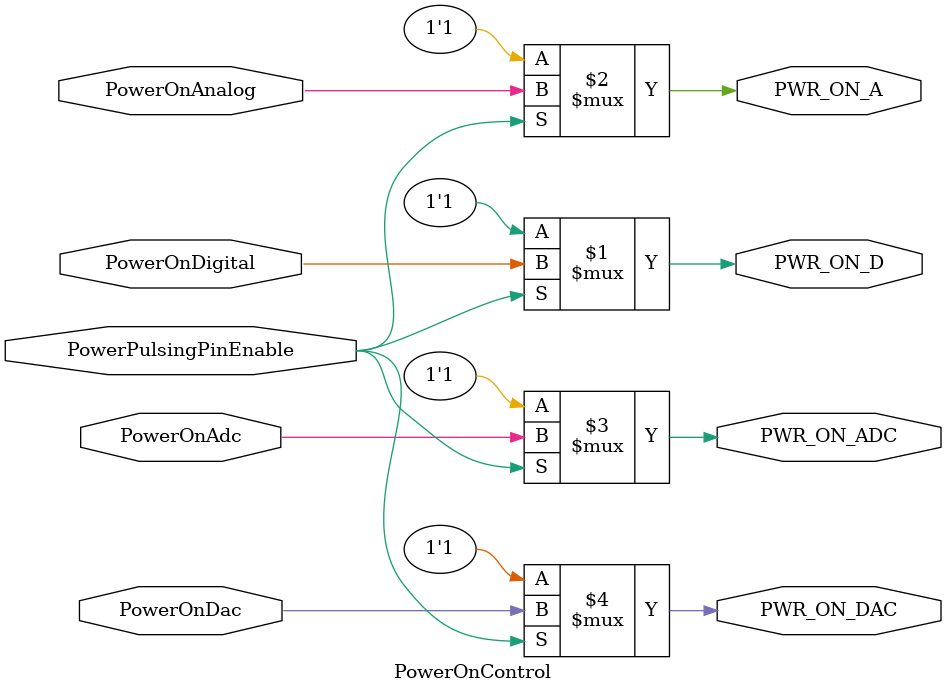
<source format=v>
`timescale 1ns / 1ps


module PowerOnControl(
	input PowerPulsingPinEnable,
	input PowerOnAnalog,
	input PowerOnDigital,
	input PowerOnAdc,
	input PowerOnDac,
	output PWR_ON_A,
	output PWR_ON_D,
	output PWR_ON_ADC,
	output PWR_ON_DAC
	);
	assign PWR_ON_D = PowerPulsingPinEnable ? PowerOnDigital : 1'b1;
	assign PWR_ON_A = PowerPulsingPinEnable ? PowerOnAnalog: 1'b1;
	assign PWR_ON_ADC = PowerPulsingPinEnable ? PowerOnAdc : 1'b1;
	assign PWR_ON_DAC = PowerPulsingPinEnable ? PowerOnDac : 1'b1;
endmodule

</source>
